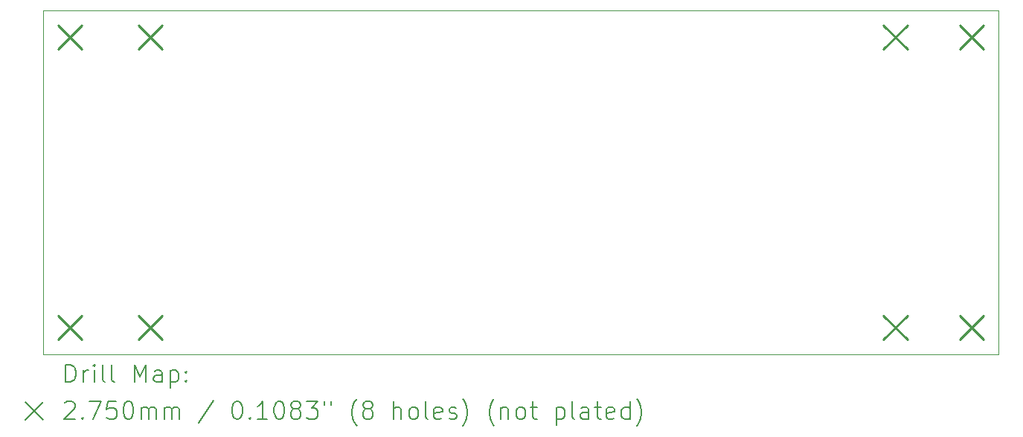
<source format=gbr>
%TF.GenerationSoftware,KiCad,Pcbnew,9.0.6*%
%TF.CreationDate,2026-01-09T06:41:58-06:00*%
%TF.ProjectId,weather_station1,77656174-6865-4725-9f73-746174696f6e,V1.10*%
%TF.SameCoordinates,Original*%
%TF.FileFunction,Drillmap*%
%TF.FilePolarity,Positive*%
%FSLAX45Y45*%
G04 Gerber Fmt 4.5, Leading zero omitted, Abs format (unit mm)*
G04 Created by KiCad (PCBNEW 9.0.6) date 2026-01-09 06:41:58*
%MOMM*%
%LPD*%
G01*
G04 APERTURE LIST*
%ADD10C,0.050000*%
%ADD11C,0.200000*%
%ADD12C,0.275000*%
G04 APERTURE END LIST*
D10*
X19304000Y-9601200D02*
X19304000Y-13512800D01*
X8432800Y-9601200D02*
X8432800Y-13508000D01*
X19304000Y-13512800D02*
X8432800Y-13508000D01*
X8432800Y-9601200D02*
X19304000Y-9601200D01*
D11*
D12*
X8600100Y-9768500D02*
X8875100Y-10043500D01*
X8875100Y-9768500D02*
X8600100Y-10043500D01*
X8600100Y-13070500D02*
X8875100Y-13345500D01*
X8875100Y-13070500D02*
X8600100Y-13345500D01*
X9514500Y-9768500D02*
X9789500Y-10043500D01*
X9789500Y-9768500D02*
X9514500Y-10043500D01*
X9514500Y-13070500D02*
X9789500Y-13345500D01*
X9789500Y-13070500D02*
X9514500Y-13345500D01*
X17996100Y-9768500D02*
X18271100Y-10043500D01*
X18271100Y-9768500D02*
X17996100Y-10043500D01*
X17996100Y-13070500D02*
X18271100Y-13345500D01*
X18271100Y-13070500D02*
X17996100Y-13345500D01*
X18861700Y-9768500D02*
X19136700Y-10043500D01*
X19136700Y-9768500D02*
X18861700Y-10043500D01*
X18861700Y-13070500D02*
X19136700Y-13345500D01*
X19136700Y-13070500D02*
X18861700Y-13345500D01*
D11*
X8691077Y-13826784D02*
X8691077Y-13626784D01*
X8691077Y-13626784D02*
X8738696Y-13626784D01*
X8738696Y-13626784D02*
X8767267Y-13636308D01*
X8767267Y-13636308D02*
X8786315Y-13655355D01*
X8786315Y-13655355D02*
X8795839Y-13674403D01*
X8795839Y-13674403D02*
X8805363Y-13712498D01*
X8805363Y-13712498D02*
X8805363Y-13741069D01*
X8805363Y-13741069D02*
X8795839Y-13779165D01*
X8795839Y-13779165D02*
X8786315Y-13798212D01*
X8786315Y-13798212D02*
X8767267Y-13817260D01*
X8767267Y-13817260D02*
X8738696Y-13826784D01*
X8738696Y-13826784D02*
X8691077Y-13826784D01*
X8891077Y-13826784D02*
X8891077Y-13693450D01*
X8891077Y-13731546D02*
X8900601Y-13712498D01*
X8900601Y-13712498D02*
X8910124Y-13702974D01*
X8910124Y-13702974D02*
X8929172Y-13693450D01*
X8929172Y-13693450D02*
X8948220Y-13693450D01*
X9014886Y-13826784D02*
X9014886Y-13693450D01*
X9014886Y-13626784D02*
X9005363Y-13636308D01*
X9005363Y-13636308D02*
X9014886Y-13645831D01*
X9014886Y-13645831D02*
X9024410Y-13636308D01*
X9024410Y-13636308D02*
X9014886Y-13626784D01*
X9014886Y-13626784D02*
X9014886Y-13645831D01*
X9138696Y-13826784D02*
X9119648Y-13817260D01*
X9119648Y-13817260D02*
X9110124Y-13798212D01*
X9110124Y-13798212D02*
X9110124Y-13626784D01*
X9243458Y-13826784D02*
X9224410Y-13817260D01*
X9224410Y-13817260D02*
X9214886Y-13798212D01*
X9214886Y-13798212D02*
X9214886Y-13626784D01*
X9472029Y-13826784D02*
X9472029Y-13626784D01*
X9472029Y-13626784D02*
X9538696Y-13769641D01*
X9538696Y-13769641D02*
X9605363Y-13626784D01*
X9605363Y-13626784D02*
X9605363Y-13826784D01*
X9786315Y-13826784D02*
X9786315Y-13722022D01*
X9786315Y-13722022D02*
X9776791Y-13702974D01*
X9776791Y-13702974D02*
X9757744Y-13693450D01*
X9757744Y-13693450D02*
X9719648Y-13693450D01*
X9719648Y-13693450D02*
X9700601Y-13702974D01*
X9786315Y-13817260D02*
X9767267Y-13826784D01*
X9767267Y-13826784D02*
X9719648Y-13826784D01*
X9719648Y-13826784D02*
X9700601Y-13817260D01*
X9700601Y-13817260D02*
X9691077Y-13798212D01*
X9691077Y-13798212D02*
X9691077Y-13779165D01*
X9691077Y-13779165D02*
X9700601Y-13760117D01*
X9700601Y-13760117D02*
X9719648Y-13750593D01*
X9719648Y-13750593D02*
X9767267Y-13750593D01*
X9767267Y-13750593D02*
X9786315Y-13741069D01*
X9881553Y-13693450D02*
X9881553Y-13893450D01*
X9881553Y-13702974D02*
X9900601Y-13693450D01*
X9900601Y-13693450D02*
X9938696Y-13693450D01*
X9938696Y-13693450D02*
X9957744Y-13702974D01*
X9957744Y-13702974D02*
X9967267Y-13712498D01*
X9967267Y-13712498D02*
X9976791Y-13731546D01*
X9976791Y-13731546D02*
X9976791Y-13788688D01*
X9976791Y-13788688D02*
X9967267Y-13807736D01*
X9967267Y-13807736D02*
X9957744Y-13817260D01*
X9957744Y-13817260D02*
X9938696Y-13826784D01*
X9938696Y-13826784D02*
X9900601Y-13826784D01*
X9900601Y-13826784D02*
X9881553Y-13817260D01*
X10062505Y-13807736D02*
X10072029Y-13817260D01*
X10072029Y-13817260D02*
X10062505Y-13826784D01*
X10062505Y-13826784D02*
X10052982Y-13817260D01*
X10052982Y-13817260D02*
X10062505Y-13807736D01*
X10062505Y-13807736D02*
X10062505Y-13826784D01*
X10062505Y-13702974D02*
X10072029Y-13712498D01*
X10072029Y-13712498D02*
X10062505Y-13722022D01*
X10062505Y-13722022D02*
X10052982Y-13712498D01*
X10052982Y-13712498D02*
X10062505Y-13702974D01*
X10062505Y-13702974D02*
X10062505Y-13722022D01*
X8230300Y-14055300D02*
X8430300Y-14255300D01*
X8430300Y-14055300D02*
X8230300Y-14255300D01*
X8681553Y-14065831D02*
X8691077Y-14056308D01*
X8691077Y-14056308D02*
X8710124Y-14046784D01*
X8710124Y-14046784D02*
X8757744Y-14046784D01*
X8757744Y-14046784D02*
X8776791Y-14056308D01*
X8776791Y-14056308D02*
X8786315Y-14065831D01*
X8786315Y-14065831D02*
X8795839Y-14084879D01*
X8795839Y-14084879D02*
X8795839Y-14103927D01*
X8795839Y-14103927D02*
X8786315Y-14132498D01*
X8786315Y-14132498D02*
X8672029Y-14246784D01*
X8672029Y-14246784D02*
X8795839Y-14246784D01*
X8881553Y-14227736D02*
X8891077Y-14237260D01*
X8891077Y-14237260D02*
X8881553Y-14246784D01*
X8881553Y-14246784D02*
X8872029Y-14237260D01*
X8872029Y-14237260D02*
X8881553Y-14227736D01*
X8881553Y-14227736D02*
X8881553Y-14246784D01*
X8957744Y-14046784D02*
X9091077Y-14046784D01*
X9091077Y-14046784D02*
X9005363Y-14246784D01*
X9262505Y-14046784D02*
X9167267Y-14046784D01*
X9167267Y-14046784D02*
X9157744Y-14142022D01*
X9157744Y-14142022D02*
X9167267Y-14132498D01*
X9167267Y-14132498D02*
X9186315Y-14122974D01*
X9186315Y-14122974D02*
X9233934Y-14122974D01*
X9233934Y-14122974D02*
X9252982Y-14132498D01*
X9252982Y-14132498D02*
X9262505Y-14142022D01*
X9262505Y-14142022D02*
X9272029Y-14161069D01*
X9272029Y-14161069D02*
X9272029Y-14208688D01*
X9272029Y-14208688D02*
X9262505Y-14227736D01*
X9262505Y-14227736D02*
X9252982Y-14237260D01*
X9252982Y-14237260D02*
X9233934Y-14246784D01*
X9233934Y-14246784D02*
X9186315Y-14246784D01*
X9186315Y-14246784D02*
X9167267Y-14237260D01*
X9167267Y-14237260D02*
X9157744Y-14227736D01*
X9395839Y-14046784D02*
X9414886Y-14046784D01*
X9414886Y-14046784D02*
X9433934Y-14056308D01*
X9433934Y-14056308D02*
X9443458Y-14065831D01*
X9443458Y-14065831D02*
X9452982Y-14084879D01*
X9452982Y-14084879D02*
X9462505Y-14122974D01*
X9462505Y-14122974D02*
X9462505Y-14170593D01*
X9462505Y-14170593D02*
X9452982Y-14208688D01*
X9452982Y-14208688D02*
X9443458Y-14227736D01*
X9443458Y-14227736D02*
X9433934Y-14237260D01*
X9433934Y-14237260D02*
X9414886Y-14246784D01*
X9414886Y-14246784D02*
X9395839Y-14246784D01*
X9395839Y-14246784D02*
X9376791Y-14237260D01*
X9376791Y-14237260D02*
X9367267Y-14227736D01*
X9367267Y-14227736D02*
X9357744Y-14208688D01*
X9357744Y-14208688D02*
X9348220Y-14170593D01*
X9348220Y-14170593D02*
X9348220Y-14122974D01*
X9348220Y-14122974D02*
X9357744Y-14084879D01*
X9357744Y-14084879D02*
X9367267Y-14065831D01*
X9367267Y-14065831D02*
X9376791Y-14056308D01*
X9376791Y-14056308D02*
X9395839Y-14046784D01*
X9548220Y-14246784D02*
X9548220Y-14113450D01*
X9548220Y-14132498D02*
X9557744Y-14122974D01*
X9557744Y-14122974D02*
X9576791Y-14113450D01*
X9576791Y-14113450D02*
X9605363Y-14113450D01*
X9605363Y-14113450D02*
X9624410Y-14122974D01*
X9624410Y-14122974D02*
X9633934Y-14142022D01*
X9633934Y-14142022D02*
X9633934Y-14246784D01*
X9633934Y-14142022D02*
X9643458Y-14122974D01*
X9643458Y-14122974D02*
X9662505Y-14113450D01*
X9662505Y-14113450D02*
X9691077Y-14113450D01*
X9691077Y-14113450D02*
X9710125Y-14122974D01*
X9710125Y-14122974D02*
X9719648Y-14142022D01*
X9719648Y-14142022D02*
X9719648Y-14246784D01*
X9814886Y-14246784D02*
X9814886Y-14113450D01*
X9814886Y-14132498D02*
X9824410Y-14122974D01*
X9824410Y-14122974D02*
X9843458Y-14113450D01*
X9843458Y-14113450D02*
X9872029Y-14113450D01*
X9872029Y-14113450D02*
X9891077Y-14122974D01*
X9891077Y-14122974D02*
X9900601Y-14142022D01*
X9900601Y-14142022D02*
X9900601Y-14246784D01*
X9900601Y-14142022D02*
X9910125Y-14122974D01*
X9910125Y-14122974D02*
X9929172Y-14113450D01*
X9929172Y-14113450D02*
X9957744Y-14113450D01*
X9957744Y-14113450D02*
X9976791Y-14122974D01*
X9976791Y-14122974D02*
X9986315Y-14142022D01*
X9986315Y-14142022D02*
X9986315Y-14246784D01*
X10376791Y-14037260D02*
X10205363Y-14294403D01*
X10633934Y-14046784D02*
X10652982Y-14046784D01*
X10652982Y-14046784D02*
X10672029Y-14056308D01*
X10672029Y-14056308D02*
X10681553Y-14065831D01*
X10681553Y-14065831D02*
X10691077Y-14084879D01*
X10691077Y-14084879D02*
X10700601Y-14122974D01*
X10700601Y-14122974D02*
X10700601Y-14170593D01*
X10700601Y-14170593D02*
X10691077Y-14208688D01*
X10691077Y-14208688D02*
X10681553Y-14227736D01*
X10681553Y-14227736D02*
X10672029Y-14237260D01*
X10672029Y-14237260D02*
X10652982Y-14246784D01*
X10652982Y-14246784D02*
X10633934Y-14246784D01*
X10633934Y-14246784D02*
X10614887Y-14237260D01*
X10614887Y-14237260D02*
X10605363Y-14227736D01*
X10605363Y-14227736D02*
X10595839Y-14208688D01*
X10595839Y-14208688D02*
X10586315Y-14170593D01*
X10586315Y-14170593D02*
X10586315Y-14122974D01*
X10586315Y-14122974D02*
X10595839Y-14084879D01*
X10595839Y-14084879D02*
X10605363Y-14065831D01*
X10605363Y-14065831D02*
X10614887Y-14056308D01*
X10614887Y-14056308D02*
X10633934Y-14046784D01*
X10786315Y-14227736D02*
X10795839Y-14237260D01*
X10795839Y-14237260D02*
X10786315Y-14246784D01*
X10786315Y-14246784D02*
X10776791Y-14237260D01*
X10776791Y-14237260D02*
X10786315Y-14227736D01*
X10786315Y-14227736D02*
X10786315Y-14246784D01*
X10986315Y-14246784D02*
X10872029Y-14246784D01*
X10929172Y-14246784D02*
X10929172Y-14046784D01*
X10929172Y-14046784D02*
X10910125Y-14075355D01*
X10910125Y-14075355D02*
X10891077Y-14094403D01*
X10891077Y-14094403D02*
X10872029Y-14103927D01*
X11110125Y-14046784D02*
X11129172Y-14046784D01*
X11129172Y-14046784D02*
X11148220Y-14056308D01*
X11148220Y-14056308D02*
X11157744Y-14065831D01*
X11157744Y-14065831D02*
X11167268Y-14084879D01*
X11167268Y-14084879D02*
X11176791Y-14122974D01*
X11176791Y-14122974D02*
X11176791Y-14170593D01*
X11176791Y-14170593D02*
X11167268Y-14208688D01*
X11167268Y-14208688D02*
X11157744Y-14227736D01*
X11157744Y-14227736D02*
X11148220Y-14237260D01*
X11148220Y-14237260D02*
X11129172Y-14246784D01*
X11129172Y-14246784D02*
X11110125Y-14246784D01*
X11110125Y-14246784D02*
X11091077Y-14237260D01*
X11091077Y-14237260D02*
X11081553Y-14227736D01*
X11081553Y-14227736D02*
X11072029Y-14208688D01*
X11072029Y-14208688D02*
X11062506Y-14170593D01*
X11062506Y-14170593D02*
X11062506Y-14122974D01*
X11062506Y-14122974D02*
X11072029Y-14084879D01*
X11072029Y-14084879D02*
X11081553Y-14065831D01*
X11081553Y-14065831D02*
X11091077Y-14056308D01*
X11091077Y-14056308D02*
X11110125Y-14046784D01*
X11291077Y-14132498D02*
X11272029Y-14122974D01*
X11272029Y-14122974D02*
X11262506Y-14113450D01*
X11262506Y-14113450D02*
X11252982Y-14094403D01*
X11252982Y-14094403D02*
X11252982Y-14084879D01*
X11252982Y-14084879D02*
X11262506Y-14065831D01*
X11262506Y-14065831D02*
X11272029Y-14056308D01*
X11272029Y-14056308D02*
X11291077Y-14046784D01*
X11291077Y-14046784D02*
X11329172Y-14046784D01*
X11329172Y-14046784D02*
X11348220Y-14056308D01*
X11348220Y-14056308D02*
X11357744Y-14065831D01*
X11357744Y-14065831D02*
X11367267Y-14084879D01*
X11367267Y-14084879D02*
X11367267Y-14094403D01*
X11367267Y-14094403D02*
X11357744Y-14113450D01*
X11357744Y-14113450D02*
X11348220Y-14122974D01*
X11348220Y-14122974D02*
X11329172Y-14132498D01*
X11329172Y-14132498D02*
X11291077Y-14132498D01*
X11291077Y-14132498D02*
X11272029Y-14142022D01*
X11272029Y-14142022D02*
X11262506Y-14151546D01*
X11262506Y-14151546D02*
X11252982Y-14170593D01*
X11252982Y-14170593D02*
X11252982Y-14208688D01*
X11252982Y-14208688D02*
X11262506Y-14227736D01*
X11262506Y-14227736D02*
X11272029Y-14237260D01*
X11272029Y-14237260D02*
X11291077Y-14246784D01*
X11291077Y-14246784D02*
X11329172Y-14246784D01*
X11329172Y-14246784D02*
X11348220Y-14237260D01*
X11348220Y-14237260D02*
X11357744Y-14227736D01*
X11357744Y-14227736D02*
X11367267Y-14208688D01*
X11367267Y-14208688D02*
X11367267Y-14170593D01*
X11367267Y-14170593D02*
X11357744Y-14151546D01*
X11357744Y-14151546D02*
X11348220Y-14142022D01*
X11348220Y-14142022D02*
X11329172Y-14132498D01*
X11433934Y-14046784D02*
X11557744Y-14046784D01*
X11557744Y-14046784D02*
X11491077Y-14122974D01*
X11491077Y-14122974D02*
X11519648Y-14122974D01*
X11519648Y-14122974D02*
X11538696Y-14132498D01*
X11538696Y-14132498D02*
X11548220Y-14142022D01*
X11548220Y-14142022D02*
X11557744Y-14161069D01*
X11557744Y-14161069D02*
X11557744Y-14208688D01*
X11557744Y-14208688D02*
X11548220Y-14227736D01*
X11548220Y-14227736D02*
X11538696Y-14237260D01*
X11538696Y-14237260D02*
X11519648Y-14246784D01*
X11519648Y-14246784D02*
X11462506Y-14246784D01*
X11462506Y-14246784D02*
X11443458Y-14237260D01*
X11443458Y-14237260D02*
X11433934Y-14227736D01*
X11633934Y-14046784D02*
X11633934Y-14084879D01*
X11710125Y-14046784D02*
X11710125Y-14084879D01*
X12005363Y-14322974D02*
X11995839Y-14313450D01*
X11995839Y-14313450D02*
X11976791Y-14284879D01*
X11976791Y-14284879D02*
X11967268Y-14265831D01*
X11967268Y-14265831D02*
X11957744Y-14237260D01*
X11957744Y-14237260D02*
X11948220Y-14189641D01*
X11948220Y-14189641D02*
X11948220Y-14151546D01*
X11948220Y-14151546D02*
X11957744Y-14103927D01*
X11957744Y-14103927D02*
X11967268Y-14075355D01*
X11967268Y-14075355D02*
X11976791Y-14056308D01*
X11976791Y-14056308D02*
X11995839Y-14027736D01*
X11995839Y-14027736D02*
X12005363Y-14018212D01*
X12110125Y-14132498D02*
X12091077Y-14122974D01*
X12091077Y-14122974D02*
X12081553Y-14113450D01*
X12081553Y-14113450D02*
X12072029Y-14094403D01*
X12072029Y-14094403D02*
X12072029Y-14084879D01*
X12072029Y-14084879D02*
X12081553Y-14065831D01*
X12081553Y-14065831D02*
X12091077Y-14056308D01*
X12091077Y-14056308D02*
X12110125Y-14046784D01*
X12110125Y-14046784D02*
X12148220Y-14046784D01*
X12148220Y-14046784D02*
X12167268Y-14056308D01*
X12167268Y-14056308D02*
X12176791Y-14065831D01*
X12176791Y-14065831D02*
X12186315Y-14084879D01*
X12186315Y-14084879D02*
X12186315Y-14094403D01*
X12186315Y-14094403D02*
X12176791Y-14113450D01*
X12176791Y-14113450D02*
X12167268Y-14122974D01*
X12167268Y-14122974D02*
X12148220Y-14132498D01*
X12148220Y-14132498D02*
X12110125Y-14132498D01*
X12110125Y-14132498D02*
X12091077Y-14142022D01*
X12091077Y-14142022D02*
X12081553Y-14151546D01*
X12081553Y-14151546D02*
X12072029Y-14170593D01*
X12072029Y-14170593D02*
X12072029Y-14208688D01*
X12072029Y-14208688D02*
X12081553Y-14227736D01*
X12081553Y-14227736D02*
X12091077Y-14237260D01*
X12091077Y-14237260D02*
X12110125Y-14246784D01*
X12110125Y-14246784D02*
X12148220Y-14246784D01*
X12148220Y-14246784D02*
X12167268Y-14237260D01*
X12167268Y-14237260D02*
X12176791Y-14227736D01*
X12176791Y-14227736D02*
X12186315Y-14208688D01*
X12186315Y-14208688D02*
X12186315Y-14170593D01*
X12186315Y-14170593D02*
X12176791Y-14151546D01*
X12176791Y-14151546D02*
X12167268Y-14142022D01*
X12167268Y-14142022D02*
X12148220Y-14132498D01*
X12424410Y-14246784D02*
X12424410Y-14046784D01*
X12510125Y-14246784D02*
X12510125Y-14142022D01*
X12510125Y-14142022D02*
X12500601Y-14122974D01*
X12500601Y-14122974D02*
X12481553Y-14113450D01*
X12481553Y-14113450D02*
X12452982Y-14113450D01*
X12452982Y-14113450D02*
X12433934Y-14122974D01*
X12433934Y-14122974D02*
X12424410Y-14132498D01*
X12633934Y-14246784D02*
X12614887Y-14237260D01*
X12614887Y-14237260D02*
X12605363Y-14227736D01*
X12605363Y-14227736D02*
X12595839Y-14208688D01*
X12595839Y-14208688D02*
X12595839Y-14151546D01*
X12595839Y-14151546D02*
X12605363Y-14132498D01*
X12605363Y-14132498D02*
X12614887Y-14122974D01*
X12614887Y-14122974D02*
X12633934Y-14113450D01*
X12633934Y-14113450D02*
X12662506Y-14113450D01*
X12662506Y-14113450D02*
X12681553Y-14122974D01*
X12681553Y-14122974D02*
X12691077Y-14132498D01*
X12691077Y-14132498D02*
X12700601Y-14151546D01*
X12700601Y-14151546D02*
X12700601Y-14208688D01*
X12700601Y-14208688D02*
X12691077Y-14227736D01*
X12691077Y-14227736D02*
X12681553Y-14237260D01*
X12681553Y-14237260D02*
X12662506Y-14246784D01*
X12662506Y-14246784D02*
X12633934Y-14246784D01*
X12814887Y-14246784D02*
X12795839Y-14237260D01*
X12795839Y-14237260D02*
X12786315Y-14218212D01*
X12786315Y-14218212D02*
X12786315Y-14046784D01*
X12967268Y-14237260D02*
X12948220Y-14246784D01*
X12948220Y-14246784D02*
X12910125Y-14246784D01*
X12910125Y-14246784D02*
X12891077Y-14237260D01*
X12891077Y-14237260D02*
X12881553Y-14218212D01*
X12881553Y-14218212D02*
X12881553Y-14142022D01*
X12881553Y-14142022D02*
X12891077Y-14122974D01*
X12891077Y-14122974D02*
X12910125Y-14113450D01*
X12910125Y-14113450D02*
X12948220Y-14113450D01*
X12948220Y-14113450D02*
X12967268Y-14122974D01*
X12967268Y-14122974D02*
X12976791Y-14142022D01*
X12976791Y-14142022D02*
X12976791Y-14161069D01*
X12976791Y-14161069D02*
X12881553Y-14180117D01*
X13052982Y-14237260D02*
X13072030Y-14246784D01*
X13072030Y-14246784D02*
X13110125Y-14246784D01*
X13110125Y-14246784D02*
X13129172Y-14237260D01*
X13129172Y-14237260D02*
X13138696Y-14218212D01*
X13138696Y-14218212D02*
X13138696Y-14208688D01*
X13138696Y-14208688D02*
X13129172Y-14189641D01*
X13129172Y-14189641D02*
X13110125Y-14180117D01*
X13110125Y-14180117D02*
X13081553Y-14180117D01*
X13081553Y-14180117D02*
X13062506Y-14170593D01*
X13062506Y-14170593D02*
X13052982Y-14151546D01*
X13052982Y-14151546D02*
X13052982Y-14142022D01*
X13052982Y-14142022D02*
X13062506Y-14122974D01*
X13062506Y-14122974D02*
X13081553Y-14113450D01*
X13081553Y-14113450D02*
X13110125Y-14113450D01*
X13110125Y-14113450D02*
X13129172Y-14122974D01*
X13205363Y-14322974D02*
X13214887Y-14313450D01*
X13214887Y-14313450D02*
X13233934Y-14284879D01*
X13233934Y-14284879D02*
X13243458Y-14265831D01*
X13243458Y-14265831D02*
X13252982Y-14237260D01*
X13252982Y-14237260D02*
X13262506Y-14189641D01*
X13262506Y-14189641D02*
X13262506Y-14151546D01*
X13262506Y-14151546D02*
X13252982Y-14103927D01*
X13252982Y-14103927D02*
X13243458Y-14075355D01*
X13243458Y-14075355D02*
X13233934Y-14056308D01*
X13233934Y-14056308D02*
X13214887Y-14027736D01*
X13214887Y-14027736D02*
X13205363Y-14018212D01*
X13567268Y-14322974D02*
X13557744Y-14313450D01*
X13557744Y-14313450D02*
X13538696Y-14284879D01*
X13538696Y-14284879D02*
X13529172Y-14265831D01*
X13529172Y-14265831D02*
X13519649Y-14237260D01*
X13519649Y-14237260D02*
X13510125Y-14189641D01*
X13510125Y-14189641D02*
X13510125Y-14151546D01*
X13510125Y-14151546D02*
X13519649Y-14103927D01*
X13519649Y-14103927D02*
X13529172Y-14075355D01*
X13529172Y-14075355D02*
X13538696Y-14056308D01*
X13538696Y-14056308D02*
X13557744Y-14027736D01*
X13557744Y-14027736D02*
X13567268Y-14018212D01*
X13643458Y-14113450D02*
X13643458Y-14246784D01*
X13643458Y-14132498D02*
X13652982Y-14122974D01*
X13652982Y-14122974D02*
X13672030Y-14113450D01*
X13672030Y-14113450D02*
X13700601Y-14113450D01*
X13700601Y-14113450D02*
X13719649Y-14122974D01*
X13719649Y-14122974D02*
X13729172Y-14142022D01*
X13729172Y-14142022D02*
X13729172Y-14246784D01*
X13852982Y-14246784D02*
X13833934Y-14237260D01*
X13833934Y-14237260D02*
X13824411Y-14227736D01*
X13824411Y-14227736D02*
X13814887Y-14208688D01*
X13814887Y-14208688D02*
X13814887Y-14151546D01*
X13814887Y-14151546D02*
X13824411Y-14132498D01*
X13824411Y-14132498D02*
X13833934Y-14122974D01*
X13833934Y-14122974D02*
X13852982Y-14113450D01*
X13852982Y-14113450D02*
X13881553Y-14113450D01*
X13881553Y-14113450D02*
X13900601Y-14122974D01*
X13900601Y-14122974D02*
X13910125Y-14132498D01*
X13910125Y-14132498D02*
X13919649Y-14151546D01*
X13919649Y-14151546D02*
X13919649Y-14208688D01*
X13919649Y-14208688D02*
X13910125Y-14227736D01*
X13910125Y-14227736D02*
X13900601Y-14237260D01*
X13900601Y-14237260D02*
X13881553Y-14246784D01*
X13881553Y-14246784D02*
X13852982Y-14246784D01*
X13976792Y-14113450D02*
X14052982Y-14113450D01*
X14005363Y-14046784D02*
X14005363Y-14218212D01*
X14005363Y-14218212D02*
X14014887Y-14237260D01*
X14014887Y-14237260D02*
X14033934Y-14246784D01*
X14033934Y-14246784D02*
X14052982Y-14246784D01*
X14272030Y-14113450D02*
X14272030Y-14313450D01*
X14272030Y-14122974D02*
X14291077Y-14113450D01*
X14291077Y-14113450D02*
X14329173Y-14113450D01*
X14329173Y-14113450D02*
X14348220Y-14122974D01*
X14348220Y-14122974D02*
X14357744Y-14132498D01*
X14357744Y-14132498D02*
X14367268Y-14151546D01*
X14367268Y-14151546D02*
X14367268Y-14208688D01*
X14367268Y-14208688D02*
X14357744Y-14227736D01*
X14357744Y-14227736D02*
X14348220Y-14237260D01*
X14348220Y-14237260D02*
X14329173Y-14246784D01*
X14329173Y-14246784D02*
X14291077Y-14246784D01*
X14291077Y-14246784D02*
X14272030Y-14237260D01*
X14481553Y-14246784D02*
X14462506Y-14237260D01*
X14462506Y-14237260D02*
X14452982Y-14218212D01*
X14452982Y-14218212D02*
X14452982Y-14046784D01*
X14643458Y-14246784D02*
X14643458Y-14142022D01*
X14643458Y-14142022D02*
X14633934Y-14122974D01*
X14633934Y-14122974D02*
X14614887Y-14113450D01*
X14614887Y-14113450D02*
X14576792Y-14113450D01*
X14576792Y-14113450D02*
X14557744Y-14122974D01*
X14643458Y-14237260D02*
X14624411Y-14246784D01*
X14624411Y-14246784D02*
X14576792Y-14246784D01*
X14576792Y-14246784D02*
X14557744Y-14237260D01*
X14557744Y-14237260D02*
X14548220Y-14218212D01*
X14548220Y-14218212D02*
X14548220Y-14199165D01*
X14548220Y-14199165D02*
X14557744Y-14180117D01*
X14557744Y-14180117D02*
X14576792Y-14170593D01*
X14576792Y-14170593D02*
X14624411Y-14170593D01*
X14624411Y-14170593D02*
X14643458Y-14161069D01*
X14710125Y-14113450D02*
X14786315Y-14113450D01*
X14738696Y-14046784D02*
X14738696Y-14218212D01*
X14738696Y-14218212D02*
X14748220Y-14237260D01*
X14748220Y-14237260D02*
X14767268Y-14246784D01*
X14767268Y-14246784D02*
X14786315Y-14246784D01*
X14929173Y-14237260D02*
X14910125Y-14246784D01*
X14910125Y-14246784D02*
X14872030Y-14246784D01*
X14872030Y-14246784D02*
X14852982Y-14237260D01*
X14852982Y-14237260D02*
X14843458Y-14218212D01*
X14843458Y-14218212D02*
X14843458Y-14142022D01*
X14843458Y-14142022D02*
X14852982Y-14122974D01*
X14852982Y-14122974D02*
X14872030Y-14113450D01*
X14872030Y-14113450D02*
X14910125Y-14113450D01*
X14910125Y-14113450D02*
X14929173Y-14122974D01*
X14929173Y-14122974D02*
X14938696Y-14142022D01*
X14938696Y-14142022D02*
X14938696Y-14161069D01*
X14938696Y-14161069D02*
X14843458Y-14180117D01*
X15110125Y-14246784D02*
X15110125Y-14046784D01*
X15110125Y-14237260D02*
X15091077Y-14246784D01*
X15091077Y-14246784D02*
X15052982Y-14246784D01*
X15052982Y-14246784D02*
X15033934Y-14237260D01*
X15033934Y-14237260D02*
X15024411Y-14227736D01*
X15024411Y-14227736D02*
X15014887Y-14208688D01*
X15014887Y-14208688D02*
X15014887Y-14151546D01*
X15014887Y-14151546D02*
X15024411Y-14132498D01*
X15024411Y-14132498D02*
X15033934Y-14122974D01*
X15033934Y-14122974D02*
X15052982Y-14113450D01*
X15052982Y-14113450D02*
X15091077Y-14113450D01*
X15091077Y-14113450D02*
X15110125Y-14122974D01*
X15186315Y-14322974D02*
X15195839Y-14313450D01*
X15195839Y-14313450D02*
X15214887Y-14284879D01*
X15214887Y-14284879D02*
X15224411Y-14265831D01*
X15224411Y-14265831D02*
X15233934Y-14237260D01*
X15233934Y-14237260D02*
X15243458Y-14189641D01*
X15243458Y-14189641D02*
X15243458Y-14151546D01*
X15243458Y-14151546D02*
X15233934Y-14103927D01*
X15233934Y-14103927D02*
X15224411Y-14075355D01*
X15224411Y-14075355D02*
X15214887Y-14056308D01*
X15214887Y-14056308D02*
X15195839Y-14027736D01*
X15195839Y-14027736D02*
X15186315Y-14018212D01*
M02*

</source>
